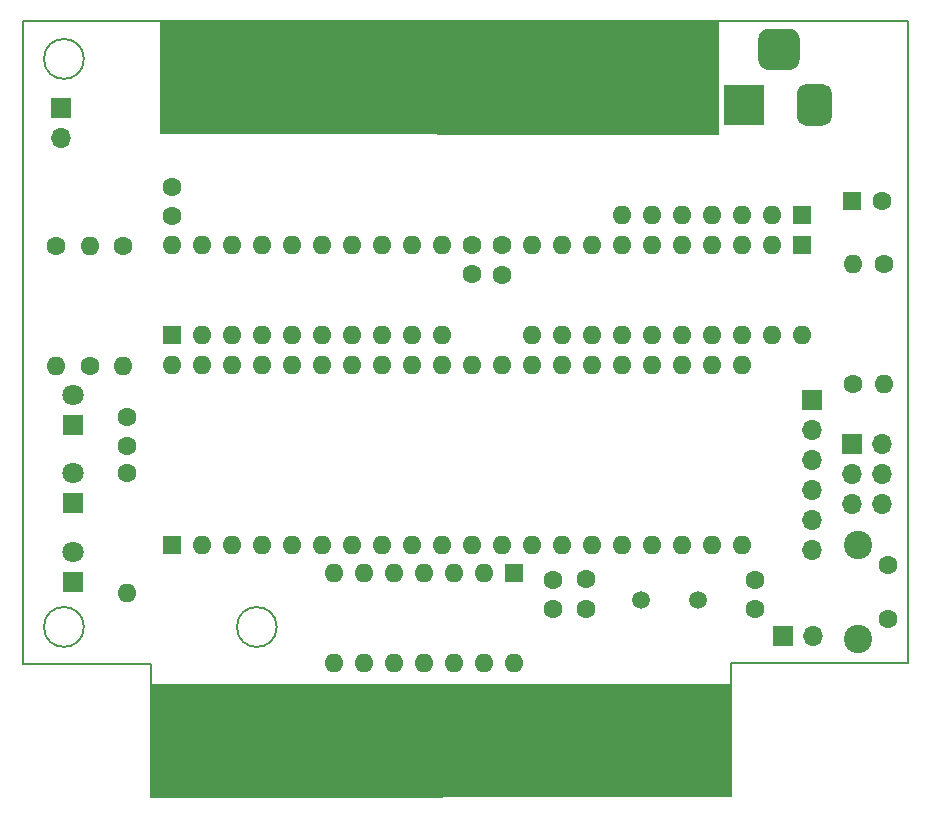
<source format=gbs>
G04 #@! TF.GenerationSoftware,KiCad,Pcbnew,(5.1.9)-1*
G04 #@! TF.CreationDate,2021-05-14T21:12:05-04:00*
G04 #@! TF.ProjectId,CBM-SD,43424d2d-5344-42e6-9b69-6361645f7063,rev?*
G04 #@! TF.SameCoordinates,Original*
G04 #@! TF.FileFunction,Soldermask,Bot*
G04 #@! TF.FilePolarity,Negative*
%FSLAX46Y46*%
G04 Gerber Fmt 4.6, Leading zero omitted, Abs format (unit mm)*
G04 Created by KiCad (PCBNEW (5.1.9)-1) date 2021-05-14 21:12:05*
%MOMM*%
%LPD*%
G01*
G04 APERTURE LIST*
G04 #@! TA.AperFunction,Profile*
%ADD10C,0.200660*%
G04 #@! TD*
%ADD11C,0.100000*%
%ADD12O,1.600000X1.600000*%
%ADD13R,1.600000X1.600000*%
%ADD14O,1.700000X1.700000*%
%ADD15R,1.700000X1.700000*%
%ADD16C,1.600000*%
%ADD17C,2.400000*%
%ADD18R,3.500000X3.500000*%
%ADD19C,1.800000*%
%ADD20R,1.800000X1.800000*%
%ADD21C,1.500000*%
%ADD22O,2.410000X8.760000*%
G04 APERTURE END LIST*
D10*
X122337228Y-69011800D02*
G75*
G03*
X122337228Y-69011800I-1687228J0D01*
G01*
X122337228Y-117104827D02*
G75*
G03*
X122337228Y-117104827I-1687228J0D01*
G01*
X192151000Y-120142000D02*
X181165500Y-120142000D01*
X192151000Y-65786000D02*
X117221000Y-65786000D01*
X117221000Y-120230900D02*
X117221000Y-65786000D01*
X128003300Y-120230900D02*
X117221000Y-120230900D01*
X128003300Y-130035300D02*
X128003300Y-120230900D01*
X138669428Y-117106700D02*
G75*
G03*
X138669428Y-117106700I-1687228J0D01*
G01*
X177152300Y-120142000D02*
X177152300Y-120192800D01*
X181165500Y-120142000D02*
X177152300Y-120142000D01*
X192151000Y-114109500D02*
X192151000Y-120142000D01*
D11*
G36*
X176072800Y-65849500D02*
G01*
X176072800Y-75374500D01*
X128828800Y-75323700D01*
X128828800Y-65798700D01*
X128892300Y-65798700D01*
X176072800Y-65849500D01*
G37*
X176072800Y-65849500D02*
X176072800Y-75374500D01*
X128828800Y-75323700D01*
X128828800Y-65798700D01*
X128892300Y-65798700D01*
X176072800Y-65849500D01*
G36*
X177114200Y-131432300D02*
G01*
X127965200Y-131495800D01*
X127965200Y-121970800D01*
X128028700Y-121970800D01*
X177114200Y-121907300D01*
X177114200Y-131432300D01*
G37*
X177114200Y-131432300D02*
X127965200Y-131495800D01*
X127965200Y-121970800D01*
X128028700Y-121970800D01*
X177114200Y-121907300D01*
X177114200Y-131432300D01*
D10*
X177152300Y-130035300D02*
X177152300Y-120192800D01*
X166674800Y-131432300D02*
X175755300Y-131432300D01*
X138925300Y-131432300D02*
X162801300Y-131432300D01*
X129400300Y-131432300D02*
X135051800Y-131432300D01*
X136448800Y-122415300D02*
X136448800Y-130035300D01*
X137528300Y-130035300D02*
X137528300Y-122415300D01*
X164198300Y-122351800D02*
X164198300Y-130035300D01*
X165277800Y-130035300D02*
X165277800Y-122351800D01*
X129400300Y-131432300D02*
G75*
G02*
X128003300Y-130035300I0J1397000D01*
G01*
X136448800Y-130035300D02*
G75*
G02*
X135051800Y-131432300I-1397000J0D01*
G01*
X138925300Y-131432300D02*
G75*
G02*
X137528300Y-130035300I0J1397000D01*
G01*
X164198300Y-130035300D02*
G75*
G02*
X162801300Y-131432300I-1397000J0D01*
G01*
X166674800Y-131432300D02*
G75*
G02*
X165277800Y-130035300I0J1397000D01*
G01*
X177152300Y-130035300D02*
G75*
G02*
X175755300Y-131432300I-1397000J0D01*
G01*
X136448800Y-122415300D02*
X137528300Y-122415300D01*
X165277800Y-122351800D02*
X164198300Y-122351800D01*
X192151000Y-65786000D02*
X192151000Y-114109500D01*
D12*
X129794000Y-94932500D03*
X178054000Y-110172500D03*
X132334000Y-94932500D03*
X175514000Y-110172500D03*
X134874000Y-94932500D03*
X172974000Y-110172500D03*
X137414000Y-94932500D03*
X170434000Y-110172500D03*
X139954000Y-94932500D03*
X167894000Y-110172500D03*
X142494000Y-94932500D03*
X165354000Y-110172500D03*
X145034000Y-94932500D03*
X162814000Y-110172500D03*
X147574000Y-94932500D03*
X160274000Y-110172500D03*
X150114000Y-94932500D03*
X157734000Y-110172500D03*
X152654000Y-94932500D03*
X155194000Y-110172500D03*
X155194000Y-94932500D03*
X152654000Y-110172500D03*
X157734000Y-94932500D03*
X150114000Y-110172500D03*
X160274000Y-94932500D03*
X147574000Y-110172500D03*
X162814000Y-94932500D03*
X145034000Y-110172500D03*
X165354000Y-94932500D03*
X142494000Y-110172500D03*
X167894000Y-94932500D03*
X139954000Y-110172500D03*
X170434000Y-94932500D03*
X137414000Y-110172500D03*
X172974000Y-94932500D03*
X134874000Y-110172500D03*
X175514000Y-94932500D03*
X132334000Y-110172500D03*
X178054000Y-94932500D03*
D13*
X129794000Y-110172500D03*
D14*
X184099200Y-117906800D03*
D15*
X181559200Y-117906800D03*
D16*
X190411100Y-111887000D03*
D17*
X187911740Y-110136940D03*
X187911740Y-118137940D03*
D16*
X190411100Y-116387880D03*
D15*
X187413900Y-101600000D03*
D14*
X189953900Y-101600000D03*
X187413900Y-104140000D03*
X189953900Y-104140000D03*
X187413900Y-106680000D03*
X189953900Y-106680000D03*
D12*
X158750000Y-120142000D03*
X143510000Y-112522000D03*
X156210000Y-120142000D03*
X146050000Y-112522000D03*
X153670000Y-120142000D03*
X148590000Y-112522000D03*
X151130000Y-120142000D03*
X151130000Y-112522000D03*
X148590000Y-120142000D03*
X153670000Y-112522000D03*
X146050000Y-120142000D03*
X156210000Y-112522000D03*
X143510000Y-120142000D03*
D13*
X158750000Y-112522000D03*
D12*
X125996700Y-114236500D03*
D16*
X125996700Y-104076500D03*
D12*
X167894000Y-82232500D03*
X170434000Y-82232500D03*
X172974000Y-82232500D03*
X175514000Y-82232500D03*
X178054000Y-82232500D03*
X180594000Y-82232500D03*
D13*
X183134000Y-82232500D03*
G36*
G01*
X182943700Y-67323000D02*
X182943700Y-69073000D01*
G75*
G02*
X182068700Y-69948000I-875000J0D01*
G01*
X180318700Y-69948000D01*
G75*
G02*
X179443700Y-69073000I0J875000D01*
G01*
X179443700Y-67323000D01*
G75*
G02*
X180318700Y-66448000I875000J0D01*
G01*
X182068700Y-66448000D01*
G75*
G02*
X182943700Y-67323000I0J-875000D01*
G01*
G37*
G36*
G01*
X185693700Y-71898000D02*
X185693700Y-73898000D01*
G75*
G02*
X184943700Y-74648000I-750000J0D01*
G01*
X183443700Y-74648000D01*
G75*
G02*
X182693700Y-73898000I0J750000D01*
G01*
X182693700Y-71898000D01*
G75*
G02*
X183443700Y-71148000I750000J0D01*
G01*
X184943700Y-71148000D01*
G75*
G02*
X185693700Y-71898000I0J-750000D01*
G01*
G37*
D18*
X178193700Y-72898000D03*
D19*
X121462800Y-97497900D03*
D20*
X121462800Y-100037900D03*
D19*
X121450100Y-110782100D03*
D20*
X121450100Y-113322100D03*
D19*
X121450100Y-104076500D03*
D20*
X121450100Y-106616500D03*
D12*
X122872500Y-84836000D03*
D16*
X122872500Y-94996000D03*
D12*
X125691900Y-94996000D03*
D16*
X125691900Y-84836000D03*
D12*
X120015000Y-94996000D03*
D16*
X120015000Y-84836000D03*
D21*
X174361500Y-114808000D03*
X169481500Y-114808000D03*
D16*
X126009400Y-101790500D03*
X126009400Y-99290500D03*
X129819400Y-82319500D03*
X129819400Y-79819500D03*
X157721300Y-84785200D03*
X157721300Y-87285200D03*
X155194000Y-84747100D03*
X155194000Y-87247100D03*
X164846000Y-115555400D03*
X164846000Y-113055400D03*
X162052000Y-115593500D03*
X162052000Y-113093500D03*
X179146200Y-115606200D03*
X179146200Y-113106200D03*
D12*
X187439300Y-86385400D03*
D16*
X187439300Y-96545400D03*
X189901200Y-81051400D03*
D13*
X187401200Y-81051400D03*
D12*
X183134000Y-92392500D03*
X160274000Y-84772500D03*
X180594000Y-92392500D03*
X162814000Y-84772500D03*
X178054000Y-92392500D03*
X165354000Y-84772500D03*
X175514000Y-92392500D03*
X167894000Y-84772500D03*
X172974000Y-92392500D03*
X170434000Y-84772500D03*
X170434000Y-92392500D03*
X172974000Y-84772500D03*
X167894000Y-92392500D03*
X175514000Y-84772500D03*
X165354000Y-92392500D03*
X178054000Y-84772500D03*
X162814000Y-92392500D03*
X180594000Y-84772500D03*
X160274000Y-92392500D03*
D13*
X183134000Y-84772500D03*
D12*
X129794000Y-84772500D03*
X152654000Y-92392500D03*
X132334000Y-84772500D03*
X150114000Y-92392500D03*
X134874000Y-84772500D03*
X147574000Y-92392500D03*
X137414000Y-84772500D03*
X145034000Y-92392500D03*
X139954000Y-84772500D03*
X142494000Y-92392500D03*
X142494000Y-84772500D03*
X139954000Y-92392500D03*
X145034000Y-84772500D03*
X137414000Y-92392500D03*
X147574000Y-84772500D03*
X134874000Y-92392500D03*
X150114000Y-84772500D03*
X132334000Y-92392500D03*
X152654000Y-84772500D03*
D13*
X129794000Y-92392500D03*
D12*
X190093600Y-96532700D03*
D16*
X190093600Y-86372700D03*
D14*
X183997600Y-110591600D03*
X183997600Y-108051600D03*
X183997600Y-105511600D03*
X183997600Y-102971600D03*
X183997600Y-100431600D03*
D15*
X183997600Y-97891600D03*
D22*
X130873500Y-70332600D03*
X131052300Y-126923800D03*
D14*
X120370600Y-75742800D03*
D15*
X120370600Y-73202800D03*
M02*

</source>
